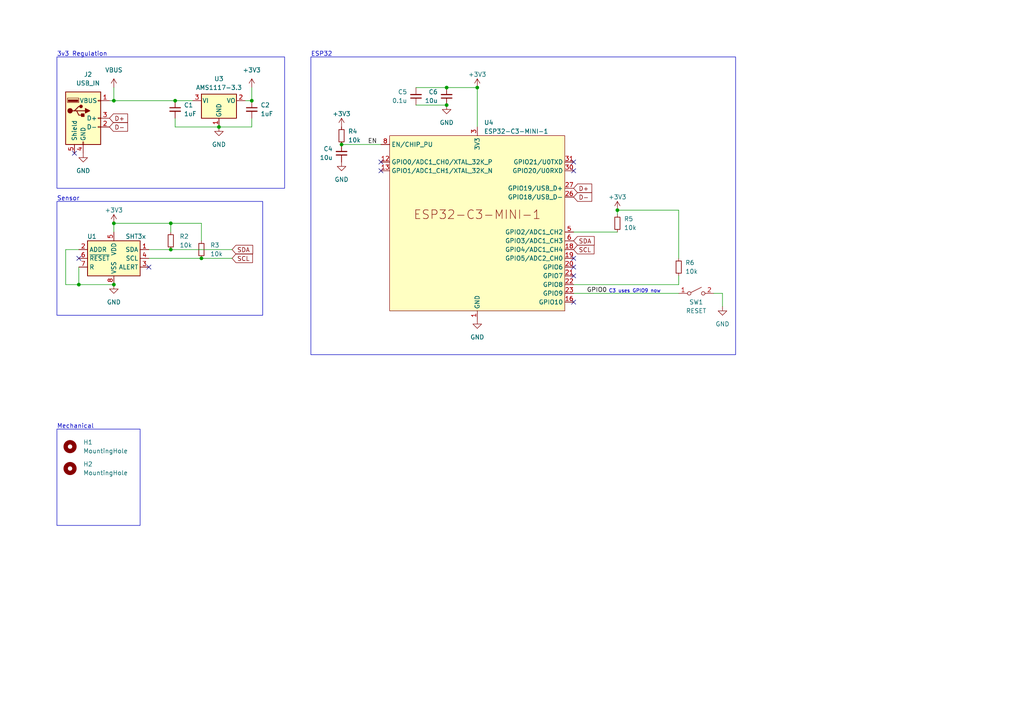
<source format=kicad_sch>
(kicad_sch (version 20230121) (generator eeschema)
  (paper "A4")
  (lib_symbols
    (symbol "Connector:USB_A" (pin_names (offset 1.016))
      (property "Reference" "J" (at -5.08 11.43 0))
      (property "Value" "USB_A" (at -5.08 8.89 0))
      (symbol "USB_A_0_1"
        (rectangle (start -5.08 -7.62) (end 5.08 7.62) (stroke (width 0.254)) (fill (type background)))
        (circle (center -3.81 2.159) (radius 0.635) (stroke (width 0.254)) (fill (type outline)))
        (rectangle (start -1.524 4.826) (end -4.318 5.334) (fill (type outline)))
        (rectangle (start -1.27 4.572) (end -4.572 5.842))
        (circle (center -0.635 3.429) (radius 0.381) (stroke (width 0.254)) (fill (type outline)))
        (rectangle (start -0.127 -7.62) (end 0.127 -6.858))
        (polyline (pts (xy -3.175 2.159) (xy -2.54 2.159) (xy -1.27 3.429) (xy -0.635 3.429)) (stroke (width 0.254)))
        (polyline (pts (xy -2.54 2.159) (xy -1.905 2.159) (xy -1.27 0.889) (xy 0 0.889)) (stroke (width 0.254)))
        (polyline (pts (xy 0.635 2.794) (xy 0.635 1.524) (xy 1.905 2.159) (xy 0.635 2.794)) (stroke (width 0.254)) (fill (type outline)))
        (rectangle (start 0.254 1.27) (end -0.508 0.508) (stroke (width 0.254)) (fill (type outline)))
        (rectangle (start 5.08 -2.667) (end 4.318 -2.413))
        (rectangle (start 5.08 -0.127) (end 4.318 0.127))
        (rectangle (start 5.08 4.953) (end 4.318 5.207))
      )
      (symbol "USB_A_1_1"
        (polyline (pts (xy -1.905 2.159) (xy 0.635 2.159)) (stroke (width 0.254)))
        (pin power_in line (at 7.62 5.08 180) (length 2.54) (name "VBUS") (number "1"))
        (pin bidirectional line (at 7.62 -2.54 180) (length 2.54) (name "D-") (number "2"))
        (pin bidirectional line (at 7.62 0 180) (length 2.54) (name "D+") (number "3"))
        (pin power_in line (at 0 -10.16 90) (length 2.54) (name "GND") (number "4"))
        (pin passive line (at -2.54 -10.16 90) (length 2.54) (name "Shield") (number "5"))
      )
    )
    (symbol "Device:C_Small" (pin_numbers hide) (pin_names (offset 0.254) hide)
      (property "Reference" "C" (at 0.254 1.778 0))
      (property "Value" "C_Small" (at 0.254 -2.032 0))
      (symbol "C_Small_0_1"
        (polyline (pts (xy -1.524 -0.508) (xy 1.524 -0.508)) (stroke (width 0.3302)))
        (polyline (pts (xy -1.524 0.508) (xy 1.524 0.508)) (stroke (width 0.3048)))
      )
      (symbol "C_Small_1_1"
        (pin passive line (at 0 2.54 270) (length 2.032) (name "~") (number "1"))
        (pin passive line (at 0 -2.54 90) (length 2.032) (name "~") (number "2"))
      )
    )
    (symbol "Device:R_Small" (pin_numbers hide) (pin_names (offset 0.254) hide)
      (property "Reference" "R" (at 0.762 0.508 0))
      (property "Value" "R_Small" (at 0.762 -1.016 0))
      (symbol "R_Small_0_1"
        (rectangle (start -0.762 1.778) (end 0.762 -1.778) (stroke (width 0.2032)))
      )
      (symbol "R_Small_1_1"
        (pin passive line (at 0 2.54 270) (length 0.762) (name "~") (number "1"))
        (pin passive line (at 0 -2.54 90) (length 0.762) (name "~") (number "2"))
      )
    )
    (symbol "Espressif:ESP32-C3-MINI-1"
      (property "Reference" "U" (at -25.4 30.48 0))
      (property "Value" "ESP32-C3-MINI-1" (at -25.4 27.94 0))
      (symbol "ESP32-C3-MINI-1_0_0"
        (text "ESP32-C3-MINI-1" (at 0 2.54 0) (effects (font (size 2.54 2.54))))
      )
      (symbol "ESP32-C3-MINI-1_0_1"
        (rectangle (start -25.4 25.4) (end 25.4 -25.4) (fill (type background)))
      )
      (symbol "ESP32-C3-MINI-1_1_1"
        (pin power_in line (at 0 -27.94 90) (length 2.54) (name "GND") (number "1"))
        (pin no_connect line (at -25.4 2.54 0) (length 2.54) hide (name "NC") (number "10"))
        (pin passive line (at 0 -27.94 90) (length 2.54) hide (name "GND") (number "11"))
        (pin bidirectional line (at -27.94 17.78 0) (length 2.54) (name "GPIO0/ADC1_CH0/XTAL_32K_P") (number "12"))
        (pin bidirectional line (at -27.94 15.24 0) (length 2.54) (name "GPIO1/ADC1_CH1/XTAL_32K_N") (number "13"))
        (pin passive line (at 0 -27.94 90) (length 2.54) hide (name "GND") (number "14"))
        (pin no_connect line (at -25.4 0 0) (length 2.54) hide (name "NC") (number "15"))
        (pin bidirectional line (at 27.94 -22.86 180) (length 2.54) (name "GPIO10") (number "16"))
        (pin no_connect line (at -25.4 -2.54 0) (length 2.54) hide (name "NC") (number "17"))
        (pin bidirectional line (at 27.94 -7.62 180) (length 2.54) (name "GPIO4/ADC1_CH4") (number "18"))
        (pin bidirectional line (at 27.94 -10.16 180) (length 2.54) (name "GPIO5/ADC2_CH0") (number "19"))
        (pin passive line (at 0 -27.94 90) (length 2.54) hide (name "GND") (number "2"))
        (pin bidirectional line (at 27.94 -12.7 180) (length 2.54) (name "GPIO6") (number "20"))
        (pin bidirectional line (at 27.94 -15.24 180) (length 2.54) (name "GPIO7") (number "21"))
        (pin bidirectional line (at 27.94 -17.78 180) (length 2.54) (name "GPIO8") (number "22"))
        (pin bidirectional line (at 27.94 -20.32 180) (length 2.54) (name "GPIO9") (number "23"))
        (pin no_connect line (at -25.4 -5.08 0) (length 2.54) hide (name "NC") (number "24"))
        (pin no_connect line (at -25.4 -7.62 0) (length 2.54) hide (name "NC") (number "25"))
        (pin bidirectional line (at 27.94 7.62 180) (length 2.54) (name "GPIO18/USB_D-") (number "26"))
        (pin bidirectional line (at 27.94 10.16 180) (length 2.54) (name "GPIO19/USB_D+") (number "27"))
        (pin no_connect line (at -25.4 -10.16 0) (length 2.54) hide (name "NC") (number "28"))
        (pin no_connect line (at -25.4 -12.7 0) (length 2.54) hide (name "NC") (number "29"))
        (pin power_in line (at 0 27.94 270) (length 2.54) (name "3V3") (number "3"))
        (pin bidirectional line (at 27.94 15.24 180) (length 2.54) (name "GPIO20/U0RXD") (number "30"))
        (pin bidirectional line (at 27.94 17.78 180) (length 2.54) (name "GPIO21/U0TXD") (number "31"))
        (pin no_connect line (at -25.4 -15.24 0) (length 2.54) hide (name "NC") (number "32"))
        (pin no_connect line (at -25.4 -17.78 0) (length 2.54) hide (name "NC") (number "33"))
        (pin no_connect line (at -25.4 -20.32 0) (length 2.54) hide (name "NC") (number "34"))
        (pin no_connect line (at -25.4 -22.86 0) (length 2.54) hide (name "NC") (number "35"))
        (pin passive line (at 0 -27.94 90) (length 2.54) hide (name "GND") (number "36"))
        (pin passive line (at 0 -27.94 90) (length 2.54) hide (name "GND") (number "37"))
        (pin passive line (at 0 -27.94 90) (length 2.54) hide (name "GND") (number "38"))
        (pin passive line (at 0 -27.94 90) (length 2.54) hide (name "GND") (number "39"))
        (pin no_connect line (at -25.4 10.16 0) (length 2.54) hide (name "NC") (number "4"))
        (pin passive line (at 0 -27.94 90) (length 2.54) hide (name "GND") (number "40"))
        (pin passive line (at 0 -27.94 90) (length 2.54) hide (name "GND") (number "41"))
        (pin passive line (at 0 -27.94 90) (length 2.54) hide (name "GND") (number "42"))
        (pin passive line (at 0 -27.94 90) (length 2.54) hide (name "GND") (number "43"))
        (pin passive line (at 0 -27.94 90) (length 2.54) hide (name "GND") (number "44"))
        (pin passive line (at 0 -27.94 90) (length 2.54) hide (name "GND") (number "45"))
        (pin passive line (at 0 -27.94 90) (length 2.54) hide (name "GND") (number "46"))
        (pin passive line (at 0 -27.94 90) (length 2.54) hide (name "GND") (number "47"))
        (pin passive line (at 0 -27.94 90) (length 2.54) hide (name "GND") (number "48"))
        (pin passive line (at 0 -27.94 90) (length 2.54) hide (name "GND") (number "49"))
        (pin bidirectional line (at 27.94 -2.54 180) (length 2.54) (name "GPIO2/ADC1_CH2") (number "5"))
        (pin passive line (at 0 -27.94 90) (length 2.54) hide (name "GND") (number "50"))
        (pin passive line (at 0 -27.94 90) (length 2.54) hide (name "GND") (number "51"))
        (pin passive line (at 0 -27.94 90) (length 2.54) hide (name "GND") (number "52"))
        (pin passive line (at 0 -27.94 90) (length 2.54) hide (name "GND") (number "53"))
        (pin bidirectional line (at 27.94 -5.08 180) (length 2.54) (name "GPIO3/ADC1_CH3") (number "6"))
        (pin no_connect line (at -25.4 7.62 0) (length 2.54) hide (name "NC") (number "7"))
        (pin input line (at -27.94 22.86 0) (length 2.54) (name "EN/CHIP_PU") (number "8"))
        (pin no_connect line (at -25.4 5.08 0) (length 2.54) hide (name "NC") (number "9"))
      )
    )
    (symbol "GND_1" (power) (pin_names (offset 0))
      (property "Value" "GND_1" (at 0 -3.81 0))
      (symbol "GND_1_0_1"
        (polyline (pts (xy 0 0) (xy 0 -1.27) (xy 1.27 -1.27) (xy 0 -2.54) (xy -1.27 -1.27) (xy 0 -1.27)))
      )
      (symbol "GND_1_1_1"
        (pin power_in line (at 0 0 270) (length 0) hide (name "GND") (number "1"))
      )
    )
    (symbol "Mechanical:MountingHole" (pin_names (offset 1.016))
      (property "Reference" "H" (at 0 5.08 0))
      (property "Value" "MountingHole" (at 0 3.175 0))
      (symbol "MountingHole_0_1"
        (circle (center 0 0) (radius 1.27) (stroke (width 1.27)))
      )
    )
    (symbol "Regulator_Linear:AP1117-33" (pin_names (offset 0.254))
      (property "Reference" "U" (at -3.81 3.175 0))
      (property "Value" "AP1117-33" (at 0 3.175 0))
      (symbol "AP1117-33_0_1"
        (rectangle (start -5.08 -5.08) (end 5.08 1.905) (stroke (width 0.254)) (fill (type background)))
      )
      (symbol "AP1117-33_1_1"
        (pin power_in line (at 0 -7.62 90) (length 2.54) (name "GND") (number "1"))
        (pin power_out line (at 7.62 0 180) (length 2.54) (name "VO") (number "2"))
        (pin power_in line (at -7.62 0 0) (length 2.54) (name "VI") (number "3"))
      )
    )
    (symbol "Sensor_Humidity:SHT30-DIS"
      (property "Reference" "U" (at -6.35 6.35 0))
      (property "Value" "SHT30-DIS" (at 6.35 6.35 0))
      (symbol "SHT30-DIS_0_1"
        (rectangle (start -7.62 5.08) (end 7.62 -5.08) (stroke (width 0.254)) (fill (type background)))
      )
      (symbol "SHT30-DIS_1_1"
        (pin bidirectional line (at 10.16 2.54 180) (length 2.54) (name "SDA") (number "1"))
        (pin input line (at -10.16 2.54 0) (length 2.54) (name "ADDR") (number "2"))
        (pin output line (at 10.16 -2.54 180) (length 2.54) (name "ALERT") (number "3"))
        (pin input line (at 10.16 0 180) (length 2.54) (name "SCL") (number "4"))
        (pin power_in line (at 0 7.62 270) (length 2.54) (name "VDD") (number "5"))
        (pin input line (at -10.16 0 0) (length 2.54) (name "~{RESET}") (number "6"))
        (pin passive line (at -10.16 -2.54 0) (length 2.54) (name "R") (number "7"))
        (pin power_in line (at 0 -7.62 90) (length 2.54) (name "VSS") (number "8"))
        (pin passive line (at 0 -7.62 90) (length 2.54) hide (name "VSS") (number "9"))
      )
    )
    (symbol "Switch:SW_SPST" (pin_names (offset 0) hide)
      (property "Reference" "SW" (at 0 3.175 0))
      (property "Value" "SW_SPST" (at 0 -2.54 0))
      (symbol "SW_SPST_0_0"
        (circle (center -2.032 0) (radius 0.508))
        (polyline (pts (xy -1.524 0.254) (xy 1.524 1.778)))
        (circle (center 2.032 0) (radius 0.508))
      )
      (symbol "SW_SPST_1_1"
        (pin passive line (at -5.08 0 0) (length 2.54) (name "A") (number "1"))
        (pin passive line (at 5.08 0 180) (length 2.54) (name "B") (number "2"))
      )
    )
    (symbol "power:+3V3" (power) (pin_names (offset 0))
      (property "Value" "+3V3" (at 0 3.556 0))
      (symbol "+3V3_0_1"
        (polyline (pts (xy -0.762 1.27) (xy 0 2.54)))
        (polyline (pts (xy 0 0) (xy 0 2.54)))
        (polyline (pts (xy 0 2.54) (xy 0.762 1.27)))
      )
      (symbol "+3V3_1_1"
        (pin power_in line (at 0 0 90) (length 0) hide (name "+3V3") (number "1"))
      )
    )
    (symbol "power:GND" (power) (pin_names (offset 0))
      (property "Value" "GND" (at 0 -3.81 0))
      (symbol "GND_0_1"
        (polyline (pts (xy 0 0) (xy 0 -1.27) (xy 1.27 -1.27) (xy 0 -2.54) (xy -1.27 -1.27) (xy 0 -1.27)))
      )
      (symbol "GND_1_1"
        (pin power_in line (at 0 0 270) (length 0) hide (name "GND") (number "1"))
      )
    )
    (symbol "power:VBUS" (power) (pin_names (offset 0))
      (property "Value" "VBUS" (at 0 3.81 0))
      (symbol "VBUS_0_1"
        (polyline (pts (xy -0.762 1.27) (xy 0 2.54)))
        (polyline (pts (xy 0 0) (xy 0 2.54)))
        (polyline (pts (xy 0 2.54) (xy 0.762 1.27)))
      )
      (symbol "VBUS_1_1"
        (pin power_in line (at 0 0 90) (length 0) hide (name "VBUS") (number "1"))
      )
    )
  )
  (junction (at 50.8 29.21) (diameter 0.9144))
  (junction (at 138.43 25.4))
  (junction (at 22.86 82.55) (diameter 0.9144))
  (junction (at 63.5 36.83) (diameter 0.9144))
  (junction (at 129.54 30.48))
  (junction (at 49.53 64.77) (diameter 0.9144))
  (junction (at 179.07 60.96))
  (junction (at 33.02 82.55) (diameter 0.9144))
  (junction (at 73.025 29.21))
  (junction (at 49.53 72.39) (diameter 0.9144))
  (junction (at 99.06 41.91))
  (junction (at 58.42 74.93) (diameter 0.9144))
  (junction (at 33.02 29.21) (diameter 0.9144))
  (junction (at 33.02 64.77) (diameter 0.9144))
  (junction (at 129.54 25.4))
  (no_connect (at 110.49 46.99))
  (no_connect (at 110.49 49.53))
  (no_connect (at 166.37 46.99))
  (no_connect (at 166.37 49.53))
  (no_connect (at 166.37 80.01))
  (no_connect (at 22.86 74.93))
  (no_connect (at 43.18 77.47))
  (no_connect (at 166.37 77.47))
  (no_connect (at 166.37 87.63))
  (no_connect (at 21.59 44.45))
  (no_connect (at 166.37 74.93))
  (wire (pts (xy 196.85 82.55) (xy 166.37 82.55)))
  (wire (pts (xy 50.8 36.83) (xy 63.5 36.83)))
  (wire (pts (xy 63.5 36.83) (xy 73.025 36.83)))
  (wire (pts (xy 49.53 72.39) (xy 67.31 72.39)))
  (wire (pts (xy 33.02 64.77) (xy 49.53 64.77)))
  (wire (pts (xy 49.53 64.77) (xy 49.53 67.31)))
  (wire (pts (xy 99.06 41.91) (xy 110.49 41.91)))
  (wire (pts (xy 73.025 34.29) (xy 73.025 36.83)))
  (wire (pts (xy 73.025 29.21) (xy 71.12 29.21)))
  (wire (pts (xy 33.02 29.21) (xy 50.8 29.21)))
  (wire (pts (xy 50.8 29.21) (xy 55.88 29.21)))
  (wire (pts (xy 196.85 74.93) (xy 196.85 60.96)))
  (wire (pts (xy 73.025 25.4) (xy 73.025 29.21)))
  (wire (pts (xy 120.65 30.48) (xy 129.54 30.48)))
  (wire (pts (xy 19.05 72.39) (xy 19.05 82.55)))
  (wire (pts (xy 19.05 82.55) (xy 22.86 82.55)))
  (wire (pts (xy 22.86 72.39) (xy 19.05 72.39)))
  (wire (pts (xy 43.18 74.93) (xy 58.42 74.93)))
  (wire (pts (xy 209.55 85.09) (xy 209.55 88.9)))
  (wire (pts (xy 207.01 85.09) (xy 209.55 85.09)))
  (wire (pts (xy 166.37 85.09) (xy 196.85 85.09)))
  (wire (pts (xy 33.02 64.77) (xy 33.02 67.31)))
  (wire (pts (xy 43.18 72.39) (xy 49.53 72.39)))
  (wire (pts (xy 58.42 64.77) (xy 49.53 64.77)))
  (wire (pts (xy 58.42 69.85) (xy 58.42 64.77)))
  (wire (pts (xy 196.85 60.96) (xy 179.07 60.96)))
  (wire (pts (xy 58.42 74.93) (xy 67.31 74.93)))
  (wire (pts (xy 138.43 25.4) (xy 129.54 25.4)))
  (wire (pts (xy 120.65 25.4) (xy 129.54 25.4)))
  (wire (pts (xy 196.85 80.01) (xy 196.85 82.55)))
  (wire (pts (xy 179.07 60.96) (xy 179.07 62.23)))
  (wire (pts (xy 166.37 67.31) (xy 179.07 67.31)))
  (wire (pts (xy 50.8 36.83) (xy 50.8 34.29)))
  (wire (pts (xy 22.86 77.47) (xy 22.86 82.55)))
  (wire (pts (xy 22.86 82.55) (xy 33.02 82.55)))
  (wire (pts (xy 33.02 29.21) (xy 31.75 29.21)))
  (wire (pts (xy 138.43 25.4) (xy 138.43 36.83)))
  (wire (pts (xy 33.02 25.4) (xy 33.02 29.21)))
  (rectangle (start 90.17 16.51) (end 213.36 102.87))
  (rectangle (start 16.51 16.51) (end 82.55 54.61))
  (rectangle (start 16.51 124.46) (end 40.64 152.4))
  (rectangle (start 16.51 58.42) (end 76.2 91.44))
  (text "C3 uses GPIO9 now" (at 176.53 85.09 0) (effects (font (size 1 1)) (justify left bottom)))
  (text "3v3 Regulation" (at 16.51 16.51 0) (effects (font (size 1.27 1.27)) (justify left bottom)))
  (text "Mechanical" (at 16.51 124.46 0) (effects (font (size 1.27 1.27)) (justify left bottom)))
  (text "Sensor" (at 16.51 58.42 0) (effects (font (size 1.27 1.27)) (justify left bottom)))
  (text "ESP32" (at 90.17 16.51 0) (effects (font (size 1.27 1.27)) (justify left bottom)))
  (label "GPIO0" (at 170.18 85.09 0))
  (label "EN" (at 106.68 41.91 0))
  (global_label "D+" (shape input) (at 166.37 54.61 0) (property "Intersheetrefs" "${INTERSHEET_REFS}" (effects hide)))
  (global_label "SDA" (shape input) (at 67.31 72.39 0) (property "Intersheetrefs" "${INTERSHEET_REFS}" (effects hide)))
  (global_label "SCL" (shape input) (at 166.37 72.39 0) (property "Intersheetrefs" "${INTERSHEET_REFS}" (effects hide)))
  (global_label "D-" (shape input) (at 31.75 36.83 0) (property "Intersheetrefs" "${INTERSHEET_REFS}" (effects hide)))
  (global_label "SCL" (shape input) (at 67.31 74.93 0) (property "Intersheetrefs" "${INTERSHEET_REFS}" (effects hide)))
  (global_label "D+" (shape input) (at 31.75 34.29 0) (property "Intersheetrefs" "${INTERSHEET_REFS}" (effects hide)))
  (global_label "SDA" (shape input) (at 166.37 69.85 0) (property "Intersheetrefs" "${INTERSHEET_REFS}" (effects hide)))
  (global_label "D-" (shape input) (at 166.37 57.15 0) (property "Intersheetrefs" "${INTERSHEET_REFS}" (effects hide)))
  (symbol (lib_name "GND_1") (lib_id "power:GND") (at 99.06 46.99 0) (unit 1)
    (property "Reference" "#PWR02" (effects hide))
    (property "Value" "GND" (at 99.06 52.07 0))
  )
  (symbol (lib_id "Device:C_Small") (at 50.8 31.75 0) (unit 1)
    (property "Reference" "C1" (at 53.34 30.4863 0) (effects (justify left)))
    (property "Value" "1uF" (at 53.34 33.0263 0) (effects (justify left)))
    (property "Footprint" "Capacitor_SMD:C_0805_2012Metric" (effects hide))
    (property "LCSC" "C28323" (effects hide))
  )
  (symbol (lib_name "GND_1") (lib_id "power:GND") (at 138.43 92.71 0) (unit 1)
    (property "Reference" "#PWR05" (effects hide))
    (property "Value" "GND" (at 138.43 97.79 0))
  )
  (symbol (lib_id "Device:C_Small") (at 73.025 31.75 0) (unit 1)
    (property "Reference" "C2" (at 75.565 30.4799 0) (effects (justify left)))
    (property "Value" "1uF" (at 75.565 33.0199 0) (effects (justify left)))
    (property "Footprint" "Capacitor_SMD:C_0805_2012Metric" (effects hide))
    (property "LCSC" "C28323" (effects hide))
  )
  (symbol (lib_id "power:VBUS") (at 33.02 25.4 0) (unit 1)
    (property "Reference" "#PWR0102" (effects hide))
    (property "Value" "VBUS" (at 33.02 20.32 0))
  )
  (symbol (lib_id "Sensor_Humidity:SHT30-DIS") (at 33.02 74.93 0) (unit 1)
    (property "Reference" "U1" (at 26.67 68.58 0))
    (property "Value" "SHT3x" (at 39.37 68.58 0))
    (property "Footprint" "Sensor_Humidity:Sensirion_DFN-8-1EP_2.5x2.5mm_P0.5mm_EP1.1x1.7mm" (effects hide))
    (property "Datasheet" "https://www.sensirion.com/fileadmin/user_upload/customers/sensirion/Dokumente/2_Humidity_Sensors/Datasheets/Sensirion_Humidity_Sensors_SHT3x_Datasheet_digital.pdf" (effects hide))
    (property "LCSC" "C80862" (effects hide))
  )
  (symbol (lib_id "Device:C_Small") (at 99.06 44.45 0) (mirror x) (unit 1)
    (property "Reference" "C4" (at 96.52 43.1799 0) (effects (justify right)))
    (property "Value" "10u" (at 96.52 45.7199 0) (effects (justify right)))
    (property "Footprint" "Capacitor_SMD:C_0805_2012Metric" (effects hide))
    (property "LCSC" "C15850" (effects hide))
  )
  (symbol (lib_id "Device:R_Small") (at 179.07 64.77 0) (unit 1)
    (property "Reference" "R5" (at 180.975 63.4999 0) (effects (justify left)))
    (property "Value" "10k" (at 180.975 66.0399 0) (effects (justify left)))
    (property "Footprint" "Resistor_SMD:R_0402_1005Metric" (effects hide))
    (property "LCSC" "C25744" (effects hide))
  )
  (symbol (lib_id "power:GND") (at 24.13 44.45 0) (unit 1)
    (property "Reference" "#PWR0101" (effects hide))
    (property "Value" "GND" (at 24.13 49.53 0))
  )
  (symbol (lib_id "power:+3V3") (at 138.43 25.4 0) (unit 1)
    (property "Reference" "#PWR04" (effects hide))
    (property "Value" "+3V3" (at 138.43 21.59 0))
  )
  (symbol (lib_name "GND_1") (lib_id "power:GND") (at 129.54 30.48 0) (unit 1)
    (property "Reference" "#PWR03" (effects hide))
    (property "Value" "GND" (at 129.54 35.56 0))
  )
  (symbol (lib_id "power:+3V3") (at 99.06 36.83 0) (unit 1)
    (property "Reference" "#PWR01" (effects hide))
    (property "Value" "+3V3" (at 99.06 33.02 0))
  )
  (symbol (lib_id "Espressif:ESP32-C3-MINI-1") (at 138.43 64.77 0) (unit 1)
    (property "Reference" "U4" (at 140.3859 35.56 0) (effects (justify left)))
    (property "Value" "ESP32-C3-MINI-1" (at 140.3859 38.1 0) (effects (justify left)))
    (property "Footprint" "Espressif:ESP32-C3-MINI-1" (effects hide))
    (property "Datasheet" "https://www.espressif.com/sites/default/files/documentation/esp32-c3-mini-1_datasheet_en.pdf" (effects hide))
    (property "LCSC" "C2838502" (effects hide))
  )
  (symbol (lib_id "power:GND") (at 63.5 36.83 0) (unit 1)
    (property "Reference" "#PWR0106" (effects hide))
    (property "Value" "GND" (at 63.5 41.91 0))
  )
  (symbol (lib_id "Mechanical:MountingHole") (at 20.32 129.54 0) (unit 1)
    (property "Reference" "H1" (at 24.13 128.2699 0) (effects (justify left)))
    (property "Value" "MountingHole" (at 24.13 130.8099 0) (effects (justify left)))
    (property "Footprint" "MountingHole:MountingHole_3.2mm_M3" (effects hide))
  )
  (symbol (lib_id "Device:C_Small") (at 129.54 27.94 0) (mirror x) (unit 1)
    (property "Reference" "C6" (at 127 26.6699 0) (effects (justify right)))
    (property "Value" "10u" (at 127 29.2099 0) (effects (justify right)))
    (property "Footprint" "Capacitor_SMD:C_0805_2012Metric" (effects hide))
    (property "LCSC" "C15850" (effects hide))
  )
  (symbol (lib_id "Regulator_Linear:AP1117-33") (at 63.5 29.21 0) (unit 1)
    (property "Reference" "U3" (at 63.5 22.86 0))
    (property "Value" "AMS1117-3.3" (at 63.5 25.4 0))
    (property "Footprint" "Package_TO_SOT_SMD:SOT-223-3_TabPin2" (effects hide))
    (property "Datasheet" "http://www.diodes.com/datasheets/AP1117.pdf" (effects hide))
    (property "LCSC" "C6186" (effects hide))
  )
  (symbol (lib_id "power:+3V3") (at 33.02 64.77 0) (unit 1)
    (property "Reference" "#PWR0111" (effects hide))
    (property "Value" "+3V3" (at 33.02 60.96 0))
  )
  (symbol (lib_id "power:+3V3") (at 73.025 25.4 0) (unit 1)
    (property "Reference" "#PWR0105" (effects hide))
    (property "Value" "+3V3" (at 73.025 20.32 0))
  )
  (symbol (lib_id "Device:R_Small") (at 99.06 39.37 0) (unit 1)
    (property "Reference" "R4" (at 100.965 38.0999 0) (effects (justify left)))
    (property "Value" "10k" (at 100.965 40.6399 0) (effects (justify left)))
    (property "Footprint" "Resistor_SMD:R_0402_1005Metric" (effects hide))
    (property "LCSC" "C25744" (effects hide))
  )
  (symbol (lib_id "Device:C_Small") (at 120.65 27.94 180) (unit 1)
    (property "Reference" "C5" (at 118.11 26.6636 0) (effects (justify left)))
    (property "Value" "0.1u" (at 118.11 29.2036 0) (effects (justify left)))
    (property "Footprint" "Capacitor_SMD:C_0603_1608Metric" (effects hide))
    (property "LCSC" "C14663" (effects hide))
  )
  (symbol (lib_id "Device:R_Small") (at 49.53 69.85 0) (unit 1)
    (property "Reference" "R2" (at 52.07 68.5799 0) (effects (justify left)))
    (property "Value" "10k" (at 52.07 71.1199 0) (effects (justify left)))
    (property "Footprint" "Resistor_SMD:R_0402_1005Metric" (effects hide))
    (property "LCSC" "C17414" (effects hide))
  )
  (symbol (lib_id "Connector:USB_A") (at 24.13 34.29 0) (unit 1)
    (property "Reference" "J2" (at 25.527 21.59 0))
    (property "Value" "USB_IN" (at 25.527 24.13 0))
    (property "Footprint" "esphome-humitemp:MOLEX_48037-0001" (effects hide))
    (property "Datasheet" " ~" (effects hide))
    (property "LCSC" "C112454" (effects hide))
  )
  (symbol (lib_name "GND_1") (lib_id "power:GND") (at 209.55 88.9 0) (unit 1)
    (property "Reference" "#PWR07" (effects hide))
    (property "Value" "GND" (at 209.55 93.98 0))
  )
  (symbol (lib_id "Device:R_Small") (at 58.42 72.39 0) (unit 1)
    (property "Reference" "R3" (at 60.96 71.1199 0) (effects (justify left)))
    (property "Value" "10k" (at 60.96 73.6599 0) (effects (justify left)))
    (property "Footprint" "Resistor_SMD:R_0402_1005Metric" (effects hide))
    (property "LCSC" "C17414" (effects hide))
  )
  (symbol (lib_id "power:GND") (at 33.02 82.55 0) (unit 1)
    (property "Reference" "#PWR0112" (effects hide))
    (property "Value" "GND" (at 33.02 87.63 0))
  )
  (symbol (lib_id "Device:R_Small") (at 196.85 77.47 0) (unit 1)
    (property "Reference" "R6" (at 198.755 76.1999 0) (effects (justify left)))
    (property "Value" "10k" (at 198.755 78.7399 0) (effects (justify left)))
    (property "Footprint" "Resistor_SMD:R_0402_1005Metric" (effects hide))
    (property "LCSC" "C25744" (effects hide))
  )
  (symbol (lib_id "Mechanical:MountingHole") (at 20.32 135.89 0) (unit 1)
    (property "Reference" "H2" (at 24.13 134.6199 0) (effects (justify left)))
    (property "Value" "MountingHole" (at 24.13 137.1599 0) (effects (justify left)))
    (property "Footprint" "MountingHole:MountingHole_3.2mm_M3" (effects hide))
  )
  (symbol (lib_id "power:+3V3") (at 179.07 60.96 0) (unit 1)
    (property "Reference" "#PWR06" (effects hide))
    (property "Value" "+3V3" (at 179.07 57.15 0))
  )
  (symbol (lib_id "Switch:SW_SPST") (at 201.93 85.09 0) (unit 1)
    (property "Reference" "SW1" (at 201.93 87.63 0))
    (property "Value" "RESET" (at 201.93 90.17 0))
    (property "Footprint" "Button_Switch_SMD:SW_Push_1P1T_XKB_TS-1187A" (effects hide))
    (property "LCSC" "C318884" (effects hide))
  )
)
</source>
